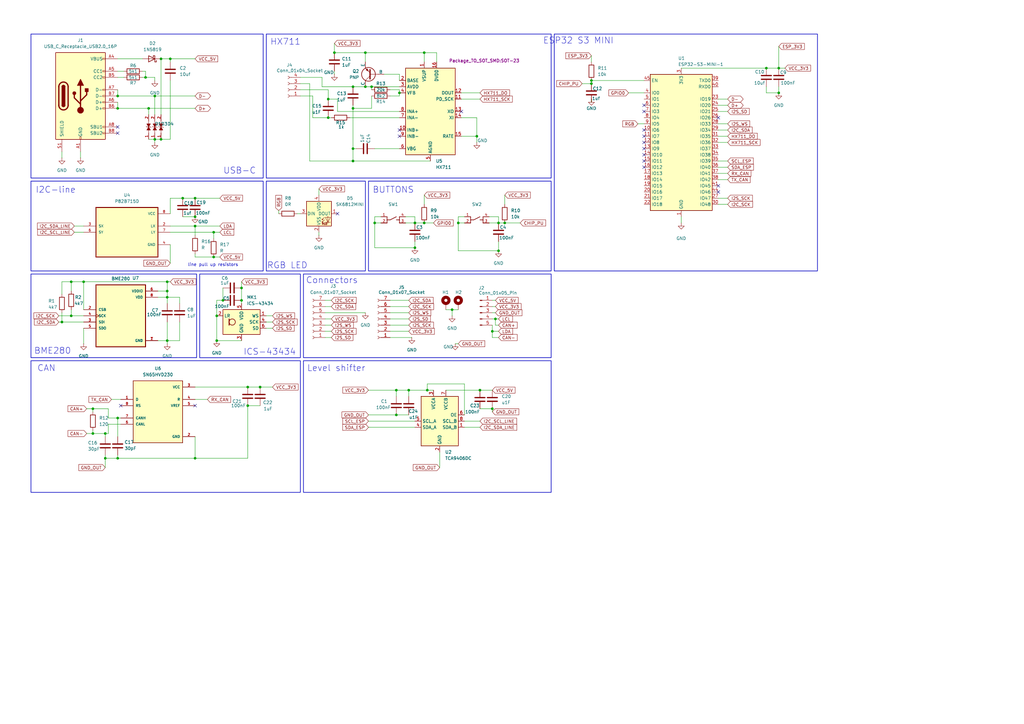
<source format=kicad_sch>
(kicad_sch (version 20231120) (generator "eeschema") (generator_version "8.0")
  (paper "A3")
  (junction (at 170.18 91.44))
  (junction (at 48.26 187.96))
  (junction (at 163.83 38.1))
  (junction (at 242.57 33.02))
  (junction (at 99.06 118.11))
  (junction (at 173.99 21.59))
  (junction (at 60.96 44.45))
  (junction (at 162.56 170.18))
  (junction (at 144.78 35.56))
  (junction (at 201.93 167.64))
  (junction (at 144.78 60.96))
  (junction (at 68.58 121.92))
  (junction (at 242.57 34.29))
  (junction (at 149.86 21.59))
  (junction (at 185.42 127))
  (junction (at 195.58 55.88))
  (junction (at 34.29 115.57))
  (junction (at 25.4 132.08))
  (junction (at 187.96 91.44))
  (junction (at 88.9 139.7))
  (junction (at 69.85 24.13))
  (junction (at 314.325 27.94))
  (junction (at 144.78 66.04))
  (junction (at 66.04 57.15))
  (junction (at 99.06 123.19))
  (junction (at 66.04 24.13))
  (junction (at 48.26 39.37))
  (junction (at 87.63 105.41))
  (junction (at 201.93 135.89))
  (junction (at 43.18 187.96))
  (junction (at 68.58 139.7))
  (junction (at 74.93 81.28))
  (junction (at 63.5 57.15))
  (junction (at 29.21 129.54))
  (junction (at 38.1 167.64))
  (junction (at 203.2 130.81))
  (junction (at 173.99 91.44))
  (junction (at 144.78 44.45))
  (junction (at 80.01 187.96))
  (junction (at 196.85 160.02))
  (junction (at 319.405 38.1))
  (junction (at 80.01 92.71))
  (junction (at 152.4 35.56))
  (junction (at 91.44 123.19))
  (junction (at 80.01 88.9))
  (junction (at 134.62 48.26))
  (junction (at 63.5 39.37))
  (junction (at 319.405 27.94))
  (junction (at 59.69 31.75))
  (junction (at 101.6 166.37))
  (junction (at 106.68 158.75))
  (junction (at 48.26 44.45))
  (junction (at 204.47 91.44))
  (junction (at 80.01 81.28))
  (junction (at 207.01 91.44))
  (junction (at 149.86 35.56))
  (junction (at 137.16 21.59))
  (junction (at 153.67 91.44))
  (junction (at 48.26 171.45))
  (junction (at 68.58 119.38))
  (junction (at 43.18 177.8))
  (junction (at 101.6 158.75))
  (junction (at 88.9 129.54))
  (junction (at 134.62 40.64))
  (junction (at 204.47 102.87))
  (junction (at 38.1 177.8))
  (junction (at 175.26 160.02))
  (junction (at 87.63 95.25))
  (junction (at 29.21 115.57))
  (junction (at 167.64 160.02))
  (junction (at 68.58 115.57))
  (junction (at 170.18 101.6))
  (junction (at 162.56 160.02))
  (no_connect (at 189.23 45.72))
  (no_connect (at 163.83 53.34))
  (no_connect (at 264.16 53.34))
  (no_connect (at 48.26 52.07))
  (no_connect (at 138.43 87.63))
  (no_connect (at 294.64 76.2))
  (no_connect (at 264.16 66.04))
  (no_connect (at 264.16 45.72))
  (no_connect (at 294.64 78.74))
  (no_connect (at 264.16 68.58))
  (no_connect (at 294.64 48.26))
  (no_connect (at 80.01 166.37))
  (no_connect (at 49.53 166.37))
  (no_connect (at 264.16 63.5))
  (no_connect (at 264.16 55.88))
  (no_connect (at 264.16 43.18))
  (no_connect (at 48.26 54.61))
  (no_connect (at 163.83 55.88))
  (no_connect (at 264.16 60.96))
  (no_connect (at 264.16 58.42))
  (wire (pts (xy 43.18 187.96) (xy 43.18 191.77)))
  (wire (pts (xy 132.08 31.75) (xy 123.19 31.75)))
  (wire (pts (xy 69.85 33.02) (xy 69.85 57.15)))
  (wire (pts (xy 204.47 133.35) (xy 203.2 133.35)))
  (wire (pts (xy 189.23 48.26) (xy 195.58 48.26)))
  (wire (pts (xy 200.66 88.9) (xy 204.47 88.9)))
  (wire (pts (xy 80.01 104.14) (xy 80.01 105.41)))
  (wire (pts (xy 157.48 30.48) (xy 163.83 30.48)))
  (wire (pts (xy 69.85 57.15) (xy 66.04 57.15)))
  (wire (pts (xy 25.4 64.77) (xy 25.4 62.23)))
  (wire (pts (xy 149.86 25.4) (xy 149.86 21.59)))
  (wire (pts (xy 128.27 48.26) (xy 128.27 39.37)))
  (wire (pts (xy 133.35 135.89) (xy 135.89 135.89)))
  (wire (pts (xy 294.64 43.18) (xy 298.45 43.18)))
  (wire (pts (xy 144.78 60.96) (xy 146.05 60.96)))
  (wire (pts (xy 127 34.29) (xy 127 66.04)))
  (wire (pts (xy 91.44 123.19) (xy 88.9 123.19)))
  (wire (pts (xy 38.1 167.64) (xy 44.45 167.64)))
  (wire (pts (xy 68.58 124.46) (xy 68.58 121.92)))
  (wire (pts (xy 109.22 134.62) (xy 111.76 134.62)))
  (wire (pts (xy 160.02 128.27) (xy 167.64 128.27)))
  (wire (pts (xy 60.96 44.45) (xy 60.96 46.99)))
  (wire (pts (xy 30.48 92.71) (xy 34.29 92.71)))
  (wire (pts (xy 179.07 25.4) (xy 179.07 21.59)))
  (wire (pts (xy 101.6 158.75) (xy 106.68 158.75)))
  (wire (pts (xy 189.23 38.1) (xy 196.85 38.1)))
  (wire (pts (xy 68.58 139.7) (xy 73.66 139.7)))
  (wire (pts (xy 59.69 29.21) (xy 59.69 31.75)))
  (wire (pts (xy 64.77 119.38) (xy 68.58 119.38)))
  (wire (pts (xy 101.6 166.37) (xy 106.68 166.37)))
  (wire (pts (xy 87.63 105.41) (xy 90.17 105.41)))
  (wire (pts (xy 151.13 172.72) (xy 170.18 172.72)))
  (wire (pts (xy 80.01 163.83) (xy 85.09 163.83)))
  (wire (pts (xy 64.77 139.7) (xy 68.58 139.7)))
  (wire (pts (xy 201.93 133.35) (xy 201.93 135.89)))
  (wire (pts (xy 195.58 48.26) (xy 195.58 55.88)))
  (wire (pts (xy 34.29 134.62) (xy 34.29 140.97)))
  (wire (pts (xy 201.93 135.89) (xy 204.47 135.89)))
  (wire (pts (xy 261.62 50.8) (xy 264.16 50.8)))
  (wire (pts (xy 149.86 35.56) (xy 152.4 35.56)))
  (wire (pts (xy 109.22 129.54) (xy 111.76 129.54)))
  (wire (pts (xy 173.99 21.59) (xy 173.99 25.4)))
  (wire (pts (xy 58.42 29.21) (xy 59.69 29.21)))
  (wire (pts (xy 151.13 160.02) (xy 162.56 160.02)))
  (wire (pts (xy 132.08 35.56) (xy 132.08 31.75)))
  (wire (pts (xy 201.93 130.81) (xy 203.2 130.81)))
  (wire (pts (xy 64.77 121.92) (xy 68.58 121.92)))
  (wire (pts (xy 187.96 88.9) (xy 187.96 91.44)))
  (wire (pts (xy 170.18 91.44) (xy 173.99 91.44)))
  (wire (pts (xy 44.45 173.99) (xy 49.53 173.99)))
  (wire (pts (xy 257.81 38.1) (xy 264.16 38.1)))
  (wire (pts (xy 34.29 127) (xy 34.29 115.57)))
  (wire (pts (xy 123.19 39.37) (xy 128.27 39.37)))
  (wire (pts (xy 69.85 24.13) (xy 80.01 24.13)))
  (wire (pts (xy 48.26 44.45) (xy 60.96 44.45)))
  (wire (pts (xy 133.35 128.27) (xy 149.86 128.27)))
  (wire (pts (xy 101.6 187.96) (xy 101.6 166.37)))
  (wire (pts (xy 34.29 115.57) (xy 68.58 115.57)))
  (wire (pts (xy 80.01 92.71) (xy 80.01 96.52)))
  (wire (pts (xy 163.83 30.48) (xy 163.83 33.02)))
  (wire (pts (xy 182.88 160.02) (xy 196.85 160.02)))
  (wire (pts (xy 294.64 81.28) (xy 298.45 81.28)))
  (wire (pts (xy 144.78 43.18) (xy 144.78 44.45)))
  (wire (pts (xy 162.56 160.02) (xy 162.56 162.56)))
  (wire (pts (xy 162.56 170.18) (xy 167.64 170.18)))
  (wire (pts (xy 173.99 91.44) (xy 177.8 91.44)))
  (wire (pts (xy 138.43 40.64) (xy 138.43 45.72)))
  (wire (pts (xy 130.81 77.47) (xy 130.81 80.01)))
  (wire (pts (xy 74.93 88.9) (xy 80.01 88.9)))
  (wire (pts (xy 48.26 171.45) (xy 49.53 171.45)))
  (wire (pts (xy 319.405 19.05) (xy 319.405 27.94)))
  (wire (pts (xy 69.85 25.4) (xy 69.85 24.13)))
  (wire (pts (xy 163.83 38.1) (xy 163.83 39.37)))
  (wire (pts (xy 33.02 64.77) (xy 33.02 62.23)))
  (wire (pts (xy 58.42 31.75) (xy 59.69 31.75)))
  (wire (pts (xy 80.01 187.96) (xy 101.6 187.96)))
  (wire (pts (xy 185.42 127) (xy 187.96 127)))
  (wire (pts (xy 187.96 91.44) (xy 190.5 91.44)))
  (wire (pts (xy 242.57 41.91) (xy 242.57 40.64)))
  (wire (pts (xy 319.405 38.1) (xy 319.405 35.56)))
  (wire (pts (xy 48.26 29.21) (xy 50.8 29.21)))
  (wire (pts (xy 68.58 115.57) (xy 68.58 119.38)))
  (wire (pts (xy 144.78 60.96) (xy 144.78 66.04)))
  (wire (pts (xy 152.4 39.37) (xy 152.4 44.45)))
  (wire (pts (xy 91.44 118.11) (xy 91.44 123.19)))
  (wire (pts (xy 190.5 175.26) (xy 196.85 175.26)))
  (wire (pts (xy 43.18 187.96) (xy 48.26 187.96)))
  (wire (pts (xy 80.01 92.71) (xy 90.17 92.71)))
  (wire (pts (xy 80.01 179.07) (xy 80.01 187.96)))
  (wire (pts (xy 160.02 123.19) (xy 167.64 123.19)))
  (wire (pts (xy 175.26 160.02) (xy 177.8 160.02)))
  (wire (pts (xy 99.06 123.19) (xy 99.06 124.46)))
  (wire (pts (xy 63.5 57.15) (xy 63.5 58.42)))
  (wire (pts (xy 162.56 160.02) (xy 167.64 160.02)))
  (wire (pts (xy 68.58 132.08) (xy 68.58 139.7)))
  (wire (pts (xy 49.53 163.83) (xy 45.72 163.83)))
  (wire (pts (xy 160.02 135.89) (xy 167.64 135.89)))
  (wire (pts (xy 167.64 160.02) (xy 167.64 162.56)))
  (wire (pts (xy 294.64 45.72) (xy 298.45 45.72)))
  (wire (pts (xy 152.4 44.45) (xy 144.78 44.45)))
  (wire (pts (xy 166.37 91.44) (xy 170.18 91.44)))
  (wire (pts (xy 88.9 129.54) (xy 88.9 139.7)))
  (wire (pts (xy 190.5 157.48) (xy 175.26 157.48)))
  (wire (pts (xy 109.22 132.08) (xy 111.76 132.08)))
  (wire (pts (xy 134.62 48.26) (xy 135.89 48.26)))
  (wire (pts (xy 160.02 125.73) (xy 167.64 125.73)))
  (wire (pts (xy 133.35 133.35) (xy 135.89 133.35)))
  (wire (pts (xy 294.64 40.64) (xy 298.45 40.64)))
  (wire (pts (xy 201.93 135.89) (xy 201.93 138.43)))
  (wire (pts (xy 294.64 73.66) (xy 298.45 73.66)))
  (wire (pts (xy 294.64 68.58) (xy 298.45 68.58)))
  (wire (pts (xy 242.57 22.86) (xy 242.57 25.4)))
  (wire (pts (xy 29.21 119.38) (xy 29.21 115.57)))
  (wire (pts (xy 63.5 39.37) (xy 80.01 39.37)))
  (wire (pts (xy 44.45 177.8) (xy 44.45 173.99)))
  (wire (pts (xy 242.57 34.29) (xy 242.57 33.02)))
  (wire (pts (xy 144.78 35.56) (xy 132.08 35.56)))
  (wire (pts (xy 319.405 27.94) (xy 321.945 27.94)))
  (wire (pts (xy 182.88 127) (xy 185.42 127)))
  (wire (pts (xy 207.01 80.01) (xy 207.01 83.82)))
  (wire (pts (xy 187.96 140.97) (xy 186.69 140.97)))
  (wire (pts (xy 294.64 71.12) (xy 298.45 71.12)))
  (wire (pts (xy 63.5 31.75) (xy 59.69 31.75)))
  (wire (pts (xy 127 66.04) (xy 144.78 66.04)))
  (wire (pts (xy 153.67 101.6) (xy 170.18 101.6)))
  (wire (pts (xy 69.85 100.33) (xy 69.85 107.95)))
  (wire (pts (xy 43.18 177.8) (xy 43.18 179.07)))
  (wire (pts (xy 99.06 118.11) (xy 99.06 123.19)))
  (wire (pts (xy 121.92 87.63) (xy 123.19 87.63)))
  (wire (pts (xy 24.13 129.54) (xy 29.21 129.54)))
  (wire (pts (xy 48.26 171.45) (xy 48.26 179.07)))
  (wire (pts (xy 201.93 167.64) (xy 201.93 168.91)))
  (wire (pts (xy 137.16 17.78) (xy 137.16 21.59)))
  (wire (pts (xy 163.83 36.83) (xy 163.83 38.1)))
  (wire (pts (xy 279.4 88.9) (xy 279.4 91.44)))
  (wire (pts (xy 35.56 167.64) (xy 38.1 167.64)))
  (wire (pts (xy 149.86 21.59) (xy 173.99 21.59)))
  (wire (pts (xy 170.18 99.06) (xy 170.18 101.6)))
  (wire (pts (xy 152.4 35.56) (xy 163.83 35.56)))
  (wire (pts (xy 134.62 40.64) (xy 138.43 40.64)))
  (wire (pts (xy 133.35 125.73) (xy 135.89 125.73)))
  (wire (pts (xy 44.45 167.64) (xy 44.45 171.45)))
  (wire (pts (xy 294.64 53.34) (xy 298.45 53.34)))
  (wire (pts (xy 88.9 139.7) (xy 99.06 139.7)))
  (wire (pts (xy 294.64 66.04) (xy 298.45 66.04)))
  (wire (pts (xy 175.26 157.48) (xy 175.26 160.02)))
  (wire (pts (xy 156.21 88.9) (xy 153.67 88.9)))
  (wire (pts (xy 314.325 38.1) (xy 319.405 38.1)))
  (wire (pts (xy 133.35 130.81) (xy 135.89 130.81)))
  (wire (pts (xy 66.04 24.13) (xy 69.85 24.13)))
  (wire (pts (xy 195.58 55.88) (xy 195.58 58.42)))
  (wire (pts (xy 153.67 88.9) (xy 153.67 91.44)))
  (wire (pts (xy 153.67 91.44) (xy 156.21 91.44)))
  (wire (pts (xy 74.93 81.28) (xy 80.01 81.28)))
  (wire (pts (xy 294.64 58.42) (xy 298.45 58.42)))
  (wire (pts (xy 128.27 48.26) (xy 134.62 48.26)))
  (wire (pts (xy 187.96 102.87) (xy 204.47 102.87)))
  (wire (pts (xy 204.47 88.9) (xy 204.47 91.44)))
  (wire (pts (xy 63.5 57.15) (xy 66.04 57.15)))
  (wire (pts (xy 137.16 21.59) (xy 149.86 21.59)))
  (wire (pts (xy 144.78 66.04) (xy 176.53 66.04)))
  (wire (pts (xy 160.02 130.81) (xy 167.64 130.81)))
  (wire (pts (xy 196.85 160.02) (xy 201.93 160.02)))
  (wire (pts (xy 73.66 139.7) (xy 73.66 132.08)))
  (wire (pts (xy 68.58 119.38) (xy 68.58 121.92)))
  (wire (pts (xy 160.02 138.43) (xy 168.91 138.43)))
  (wire (pts (xy 203.2 130.81) (xy 203.2 133.35)))
  (wire (pts (xy 187.96 91.44) (xy 187.96 102.87)))
  (wire (pts (xy 60.96 57.15) (xy 63.5 57.15)))
  (wire (pts (xy 204.47 91.44) (xy 207.01 91.44)))
  (wire (pts (xy 138.43 45.72) (xy 163.83 45.72)))
  (wire (pts (xy 80.01 81.28) (xy 90.17 81.28)))
  (wire (pts (xy 195.58 55.88) (xy 189.23 55.88)))
  (wire (pts (xy 190.5 88.9) (xy 187.96 88.9)))
  (wire (pts (xy 48.26 39.37) (xy 63.5 39.37)))
  (wire (pts (xy 73.66 121.92) (xy 73.66 124.46)))
  (wire (pts (xy 69.85 95.25) (xy 87.63 95.25)))
  (wire (pts (xy 69.85 92.71) (xy 80.01 92.71)))
  (wire (pts (xy 25.4 128.27) (xy 25.4 132.08)))
  (wire (pts (xy 151.13 175.26) (xy 170.18 175.26)))
  (wire (pts (xy 196.85 167.64) (xy 201.93 167.64)))
  (wire (pts (xy 63.5 31.75) (xy 63.5 33.02)))
  (wire (pts (xy 25.4 132.08) (xy 34.29 132.08)))
  (wire (pts (xy 38.1 176.53) (xy 38.1 177.8)))
  (wire (pts (xy 166.37 88.9) (xy 170.18 88.9)))
  (wire (pts (xy 173.99 80.01) (xy 173.99 83.82)))
  (wire (pts (xy 43.18 186.69) (xy 43.18 187.96)))
  (wire (pts (xy 48.26 31.75) (xy 50.8 31.75)))
  (wire (pts (xy 133.35 123.19) (xy 135.89 123.19)))
  (wire (pts (xy 137.16 29.21) (xy 137.16 30.48)))
  (wire (pts (xy 24.13 132.08) (xy 25.4 132.08)))
  (wire (pts (xy 123.19 34.29) (xy 127 34.29)))
  (wire (pts (xy 68.58 115.57) (xy 69.85 115.57)))
  (wire (pts (xy 153.67 91.44) (xy 153.67 101.6)))
  (wire (pts (xy 185.42 129.54) (xy 185.42 127)))
  (wire (pts (xy 201.93 128.27) (xy 203.2 128.27)))
  (wire (pts (xy 207.01 91.44) (xy 213.36 91.44)))
  (wire (pts (xy 60.96 44.45) (xy 80.01 44.45)))
  (wire (pts (xy 204.47 138.43) (xy 201.93 138.43)))
  (wire (pts (xy 48.26 41.91) (xy 48.26 44.45)))
  (wire (pts (xy 190.5 170.18) (xy 190.5 157.48)))
  (wire (pts (xy 189.23 40.64) (xy 196.85 40.64)))
  (wire (pts (xy 123.19 36.83) (xy 134.62 36.83)))
  (wire (pts (xy 69.85 81.28) (xy 74.93 81.28)))
  (wire (pts (xy 114.3 86.36) (xy 114.3 87.63)))
  (wire (pts (xy 87.63 95.25) (xy 87.63 97.79)))
  (wire (pts (xy 68.58 139.7) (xy 68.58 140.97)))
  (wire (pts (xy 87.63 95.25) (xy 90.17 95.25)))
  (wire (pts (xy 314.325 35.56) (xy 314.325 38.1)))
  (wire (pts (xy 163.83 39.37) (xy 160.02 39.37)))
  (wire (pts (xy 294.64 50.8) (xy 298.45 50.8)))
  (wire (pts (xy 88.9 123.19) (xy 88.9 129.54)))
  (wire (pts (xy 48.26 186.69) (xy 48.26 187.96)))
  (wire (pts (xy 294.64 83.82) (xy 298.45 83.82)))
  (wire (pts (xy 204.47 99.06) (xy 204.47 102.87)))
  (wire (pts (xy 80.01 105.41) (xy 87.63 105.41)))
  (wire (pts (xy 314.325 27.94) (xy 319.405 27.94)))
  (wire (pts (xy 162.56 170.18) (xy 151.13 170.18)))
  (wire (pts (xy 130.81 95.25) (xy 130.81 96.52)))
  (wire (pts (xy 80.01 158.75) (xy 101.6 158.75)))
  (wire (pts (xy 44.45 171.45) (xy 48.26 171.45)))
  (wire (pts (xy 38.1 177.8) (xy 43.18 177.8)))
  (wire (pts (xy 29.21 127) (xy 29.21 129.54)))
  (wire (pts (xy 48.26 36.83) (xy 48.26 39.37)))
  (wire (pts (xy 294.64 55.88) (xy 298.45 55.88)))
  (wire (pts (xy 190.5 172.72) (xy 196.85 172.72)))
  (wire (pts (xy 201.93 125.73) (xy 203.2 125.73)))
  (wire (pts (xy 153.67 60.96) (xy 163.83 60.96)))
  (wire (pts (xy 30.48 95.25) (xy 34.29 95.25)))
  (wire (pts (xy 66.04 24.13) (xy 66.04 46.99)))
  (wire (pts (xy 29.21 115.57) (xy 34.29 115.57)))
  (wire (pts (xy 99.06 115.57) (xy 99.06 118.11)))
  (wire (pts (xy 242.57 33.02) (xy 264.16 33.02)))
  (wire (pts (xy 38.1 167.64) (xy 38.1 168.91)))
  (wire (pts (xy 68.58 121.92) (xy 73.66 121.92)))
  (wire (pts (xy 279.4 27.94) (xy 314.325 27.94)))
  (wire (pts (xy 143.51 48.26) (xy 163.83 48.26)))
  (wire (pts (xy 25.4 115.57) (xy 29.21 115.57)))
  (wire (pts (xy 170.18 88.9) (xy 170.18 91.44)))
  (wire (pts (xy 144.78 35.56) (xy 149.86 35.56)))
  (wire (pts (xy 133.35 138.43) (xy 135.89 138.43)))
  (wire (pts (xy 29.21 129.54) (xy 34.29 129.54)))
  (wire (pts (xy 63.5 39.37) (xy 63.5 46.99)))
  (wire (pts (xy 173.99 21.59) (xy 179.07 21.59)))
  (wire (pts (xy 160.02 36.83) (xy 163.83 36.83)))
  (wire (pts (xy 69.85 81.28) (xy 69.85 87.63)))
  (wire (pts (xy 144.78 44.45) (xy 144.78 60.96)))
  (wire (pts (xy 203.2 130.81) (xy 204.47 130.81)))
  (wire (pts (xy 152.4 35.56) (xy 152.4 36.83)))
  (wire (pts (xy 180.34 185.42) (xy 180.34 191.77)))
  (wire (pts (xy 201.93 123.19) (xy 203.2 123.19)))
  (wire (pts (xy 167.64 160.02) (xy 175.26 160.02)))
  (wire (pts (xy 25.4 120.65) (xy 25.4 115.57)))
  (wire (pts (xy 48.26 187.96) (xy 80.01 187.96)))
  (wire (pts (xy 200.66 91.44) (xy 204.47 91.44)))
  (wire (pts (xy 43.18 177.8) (xy 44.45 177.8)))
  (wire (pts (xy 48.26 24.13) (xy 58.42 24.13)))
  (wire (pts (xy 106.68 158.75) (xy 111.76 158.75)))
  (wire (pts (xy 160.02 133.35) (xy 167.64 133.35)))
  (wire (pts (xy 134.62 36.83) (xy 134.62 40.64)))
  (wire (pts (xy 35.56 177.8) (xy 38.1 177.8)))
  (wire (pts (xy 238.76 34.29) (xy 242.57 34.29)))
  (rectangle (start 81.915 112.395) (end 123.19 146.7143) (stroke (width 0.254)))
  (rectangle (start 12.7 13.97) (end 107.95 73.025) (stroke (width 0.254)))
  (rectangle (start 124.46 112.395) (end 226.06 146.685) (stroke (width 0.254)))
  (rectangle (start 12.7 112.395) (end 80.645 146.685) (stroke (width 0.254)))
  (rectangle (start 109.22 74.295) (end 149.86 111.125) (stroke (width 0.254)))
  (rectangle (start 12.7 74.295) (end 107.95 111.125) (stroke (width 0.254)))
  (rectangle (start 151.13 74.295) (end 226.06 111.125) (stroke (width 0.254)))
  (rectangle (start 227.33 13.97) (end 335.28 111.125) (stroke (width 0.254)))
  (rectangle (start 12.7 147.955) (end 123.19 201.93) (stroke (width 0.254)))
  (rectangle (start 109.22 13.97) (end 226.06 73.025) (stroke (width 0.254)))
  (rectangle (start 124.46 147.955) (end 226.06 201.93) (stroke (width 0.254)))
  (text "RGB LED\n" (at 117.856 108.966 0) (effects (font (size 2.54 2.54))))
  (text "Connectors\n" (at 136.144 115.062 0) (effects (font (size 2.54 2.54))))
  (text "BUTTONS\n" (at 161.29 77.978 0) (effects (font (size 2.54 2.54))))
  (text "I2C-line\n" (at 22.86 77.978 0) (effects (font (size 2.54 2.54))))
  (text "line pull up resistors\n" (at 87.376 108.712 0) (effects (font (size 1.27 1.27))))
  (text "HX711" (at 117.094 17.272 0) (effects (font (size 2.54 2.54))))
  (text "CAN\n" (at 19.05 151.13 0) (effects (font (size 2.54 2.54))))
  (text "ICS-43434\n" (at 110.6185 144.4283 0) (effects (font (size 2.54 2.54))))
  (text "Level shifter\n\n" (at 137.922 153.162 0) (effects (font (size 2.54 2.54))))
  (text "BME280" (at 21.59 144.018 0) (effects (font (size 2.54 2.54))))
  (text "ESP32 S3 MINI\n" (at 237.236 16.764 0) (effects (font (size 2.54 2.54))))
  (text "USB-C\n" (at 98.298 70.104 0) (effects (font (size 2.54 2.54))))
  (global_label "D-" (shape bidirectional) (at 80.01 39.37 0) (property "Intersheetrefs" "${INTERSHEET_REFS}" (effects (hide yes))))
  (global_label "VCC_3V3" (shape input) (at 69.85 115.57 0) (property "Intersheetrefs" "${INTERSHEET_REFS}" (effects (hide yes))))
  (global_label "SCL_ESP" (shape input) (at 151.13 172.72 180) (property "Intersheetrefs" "${INTERSHEET_REFS}" (effects (hide yes))))
  (global_label "HX711_SCK" (shape input) (at 196.85 40.64 0) (property "Intersheetrefs" "${INTERSHEET_REFS}" (effects (hide yes))))
  (global_label "GND_OUT" (shape input) (at 187.96 140.97 0) (property "Intersheetrefs" "${INTERSHEET_REFS}" (effects (hide yes))))
  (global_label "I2S_SD" (shape input) (at 111.76 134.62 0) (property "Intersheetrefs" "${INTERSHEET_REFS}" (effects (hide yes))))
  (global_label "CAN-" (shape input) (at 35.56 177.8 180) (property "Intersheetrefs" "${INTERSHEET_REFS}" (effects (hide yes))))
  (global_label "I2C_SCK" (shape input) (at 298.45 83.82 0) (property "Intersheetrefs" "${INTERSHEET_REFS}" (effects (hide yes))))
  (global_label "CAN+" (shape input) (at 35.56 167.64 180) (property "Intersheetrefs" "${INTERSHEET_REFS}" (effects (hide yes))))
  (global_label "VCC_3V3" (shape input) (at 173.99 80.01 0) (property "Intersheetrefs" "${INTERSHEET_REFS}" (effects (hide yes))))
  (global_label "D+" (shape bidirectional) (at 80.01 44.45 0) (property "Intersheetrefs" "${INTERSHEET_REFS}" (effects (hide yes))))
  (global_label "I2S_WS" (shape input) (at 167.64 128.27 0) (property "Intersheetrefs" "${INTERSHEET_REFS}" (effects (hide yes))))
  (global_label "ESP_3V3" (shape input) (at 319.405 19.05 0) (property "Intersheetrefs" "${INTERSHEET_REFS}" (effects (hide yes))))
  (global_label "I2C_SCL_LINE" (shape input) (at 30.48 95.25 180) (property "Intersheetrefs" "${INTERSHEET_REFS}" (effects (hide yes))))
  (global_label "VCC_3V3" (shape input) (at 321.945 27.94 0) (property "Intersheetrefs" "${INTERSHEET_REFS}" (effects (hide yes))))
  (global_label "I2S_SCK" (shape input) (at 167.64 133.35 0) (property "Intersheetrefs" "${INTERSHEET_REFS}" (effects (hide yes))))
  (global_label "VCC_3V3" (shape input) (at 167.64 135.89 0) (property "Intersheetrefs" "${INTERSHEET_REFS}" (effects (hide yes))))
  (global_label "GND_OUT" (shape input) (at 43.18 191.77 180) (property "Intersheetrefs" "${INTERSHEET_REFS}" (effects (hide yes))))
  (global_label "VCC_3V3" (shape input) (at 111.76 158.75 0) (property "Intersheetrefs" "${INTERSHEET_REFS}" (effects (hide yes))))
  (global_label "VCC_3V3" (shape input) (at 203.2 125.73 0) (property "Intersheetrefs" "${INTERSHEET_REFS}" (effects (hide yes))))
  (global_label "I2C_SCK" (shape input) (at 24.13 129.54 180) (property "Intersheetrefs" "${INTERSHEET_REFS}" (effects (hide yes))))
  (global_label "VCC_3V3" (shape input) (at 137.16 17.78 0) (property "Intersheetrefs" "${INTERSHEET_REFS}" (effects (hide yes))))
  (global_label "I2S_WS" (shape input) (at 111.76 129.54 0) (property "Intersheetrefs" "${INTERSHEET_REFS}" (effects (hide yes))))
  (global_label "I2S_SD" (shape input) (at 298.45 45.72 0) (property "Intersheetrefs" "${INTERSHEET_REFS}" (effects (hide yes))))
  (global_label "HX711_DO" (shape input) (at 196.85 38.1 0) (property "Intersheetrefs" "${INTERSHEET_REFS}" (effects (hide yes))))
  (global_label "GND_OUT" (shape input) (at 151.13 170.18 180) (property "Intersheetrefs" "${INTERSHEET_REFS}" (effects (hide yes))))
  (global_label "HX711_DO" (shape input) (at 298.45 55.88 0) (property "Intersheetrefs" "${INTERSHEET_REFS}" (effects (hide yes))))
  (global_label "I2S_WS" (shape input) (at 135.89 133.35 0) (property "Intersheetrefs" "${INTERSHEET_REFS}" (effects (hide yes))))
  (global_label "LCL" (shape input) (at 204.47 130.81 0) (property "Intersheetrefs" "${INTERSHEET_REFS}" (effects (hide yes))))
  (global_label "I2S_SCK" (shape input) (at 298.45 81.28 0) (property "Intersheetrefs" "${INTERSHEET_REFS}" (effects (hide yes))))
  (global_label "RX_CAN" (shape input) (at 298.45 71.12 0) (property "Intersheetrefs" "${INTERSHEET_REFS}" (effects (hide yes))))
  (global_label "RGB" (shape input) (at 261.62 50.8 180) (property "Intersheetrefs" "${INTERSHEET_REFS}" (effects (hide yes))))
  (global_label "VCC_5V" (shape input) (at 90.17 105.41 0) (property "Intersheetrefs" "${INTERSHEET_REFS}" (effects (hide yes))))
  (global_label "I2C_SCK" (shape input) (at 135.89 123.19 0) (property "Intersheetrefs" "${INTERSHEET_REFS}" (effects (hide yes))))
  (global_label "ESP_3V3" (shape input) (at 242.57 22.86 180) (property "Intersheetrefs" "${INTERSHEET_REFS}" (effects (hide yes))))
  (global_label "I2C_SCK" (shape input) (at 167.64 125.73 0) (property "Intersheetrefs" "${INTERSHEET_REFS}" (effects (hide yes))))
  (global_label "GND_OUT" (shape input) (at 201.93 168.91 0) (property "Intersheetrefs" "${INTERSHEET_REFS}" (effects (hide yes))))
  (global_label "D-" (shape bidirectional) (at 298.45 40.64 0) (property "Intersheetrefs" "${INTERSHEET_REFS}" (effects (hide yes))))
  (global_label "RGB" (shape input) (at 114.3 86.36 90) (property "Intersheetrefs" "${INTERSHEET_REFS}" (effects (hide yes))))
  (global_label "TX_CAN" (shape input) (at 298.45 73.66 0) (property "Intersheetrefs" "${INTERSHEET_REFS}" (effects (hide yes))))
  (global_label "SCL_ESP" (shape input) (at 298.45 66.04 0) (property "Intersheetrefs" "${INTERSHEET_REFS}" (effects (hide yes))))
  (global_label "VCC_5V" (shape input) (at 201.93 160.02 0) (property "Intersheetrefs" "${INTERSHEET_REFS}" (effects (hide yes))))
  (global_label "I2C_SDA_LINE" (shape input) (at 196.85 175.26 0) (property "Intersheetrefs" "${INTERSHEET_REFS}" (effects (hide yes))))
  (global_label "CAN-" (shape input) (at 204.47 138.43 0) (property "Intersheetrefs" "${INTERSHEET_REFS}" (effects (hide yes))))
  (global_label "VCC_5V" (shape input) (at 80.01 24.13 0) (property "Intersheetrefs" "${INTERSHEET_REFS}" (effects (hide yes))))
  (global_label "SDA_ESP" (shape input) (at 151.13 175.26 180) (property "Intersheetrefs" "${INTERSHEET_REFS}" (effects (hide yes))))
  (global_label "GPIO0" (shape input) (at 177.8 91.44 0) (property "Intersheetrefs" "${INTERSHEET_REFS}" (effects (hide yes))))
  (global_label "I2C_SDA" (shape input) (at 298.45 53.34 0) (property "Intersheetrefs" "${INTERSHEET_REFS}" (effects (hide yes))))
  (global_label "TX_CAN" (shape input) (at 45.72 163.83 180) (property "Intersheetrefs" "${INTERSHEET_REFS}" (effects (hide yes))))
  (global_label "I2C_SDA" (shape input) (at 24.13 132.08 180) (property "Intersheetrefs" "${INTERSHEET_REFS}" (effects (hide yes))))
  (global_label "GND_OUT" (shape input) (at 203.2 128.27 0) (property "Intersheetrefs" "${INTERSHEET_REFS}" (effects (hide yes))))
  (global_label "D+" (shape bidirectional) (at 298.45 43.18 0) (property "Intersheetrefs" "${INTERSHEET_REFS}" (effects (hide yes))))
  (global_label "HX711_SCK" (shape input) (at 298.45 58.42 0) (property "Intersheetrefs" "${INTERSHEET_REFS}" (effects (hide yes))))
  (global_label "VCC_5V" (shape input) (at 203.2 123.19 0) (property "Intersheetrefs" "${INTERSHEET_REFS}" (effects (hide yes))))
  (global_label "CHIP_PU" (shape input) (at 213.36 91.44 0) (property "Intersheetrefs" "${INTERSHEET_REFS}" (effects (hide yes))))
  (global_label "CAN+" (shape input) (at 204.47 133.35 0) (property "Intersheetrefs" "${INTERSHEET_REFS}" (effects (hide yes))))
  (global_label "VCC_3V3" (shape input) (at 135.89 130.81 0) (property "Intersheetrefs" "${INTERSHEET_REFS}" (effects (hide yes))))
  (global_label "LCL" (shape input) (at 90.17 95.25 0) (property "Intersheetrefs" "${INTERSHEET_REFS}" (effects (hide yes))))
  (global_label "VCC_3V3" (shape input) (at 130.81 77.47 0) (property "Intersheetrefs" "${INTERSHEET_REFS}" (effects (hide yes))))
  (global_label "I2S_SCK" (shape input) (at 111.76 132.08 0) (property "Intersheetrefs" "${INTERSHEET_REFS}" (effects (hide yes))))
  (global_label "I2C_SCL_LINE" (shape input) (at 196.85 172.72 0) (property "Intersheetrefs" "${INTERSHEET_REFS}" (effects (hide yes))))
  (global_label "VCC_3V3" (shape input) (at 207.01 80.01 0) (property "Intersheetrefs" "${INTERSHEET_REFS}" (effects (hide yes))))
  (global_label "VCC_5V" (shape input) (at 90.17 81.28 0) (property "Intersheetrefs" "${INTERSHEET_REFS}" (effects (hide yes))))
  (global_label "I2C_SDA" (shape input) (at 167.64 123.19 0) (property "Intersheetrefs" "${INTERSHEET_REFS}" (effects (hide yes))))
  (global_label "LDA" (shape input) (at 90.17 92.71 0) (property "Intersheetrefs" "${INTERSHEET_REFS}" (effects (hide yes))))
  (global_label "I2S_SD" (shape input) (at 135.89 138.43 0) (property "Intersheetrefs" "${INTERSHEET_REFS}" (effects (hide yes))))
  (global_label "VCC_3V3" (shape input) (at 99.06 115.57 0) (property "Intersheetrefs" "${INTERSHEET_REFS}" (effects (hide yes))))
  (global_label "I2S_WS" (shape input) (at 298.45 50.8 0) (property "Intersheetrefs" "${INTERSHEET_REFS}" (effects (hide yes))))
  (global_label "SDA_ESP" (shape input) (at 298.45 68.58 0) (property "Intersheetrefs" "${INTERSHEET_REFS}" (effects (hide yes))))
  (global_label "I2C_SDA" (shape input) (at 135.89 125.73 0) (property "Intersheetrefs" "${INTERSHEET_REFS}" (effects (hide yes))))
  (global_label "GPIO0" (shape input) (at 257.81 38.1 180) (property "Intersheetrefs" "${INTERSHEET_REFS}" (effects (hide yes))))
  (global_label "GND_OUT" (shape input) (at 180.34 191.77 180) (property "Intersheetrefs" "${INTERSHEET_REFS}" (effects (hide yes))))
  (global_label "I2S_SCK" (shape input) (at 135.89 135.89 0) (property "Intersheetrefs" "${INTERSHEET_REFS}" (effects (hide yes))))
  (global_label "RX_CAN" (shape input) (at 85.09 163.83 0) (property "Intersheetrefs" "${INTERSHEET_REFS}" (effects (hide yes))))
  (global_label "LDA" (shape input) (at 204.47 135.89 0) (property "Intersheetrefs" "${INTERSHEET_REFS}" (effects (hide yes))))
  (global_label "GND_OUT" (shape input) (at 69.85 107.95 180) (property "Intersheetrefs" "${INTERSHEET_REFS}" (effects (hide yes))))
  (global_label "I2C_SDA_LINE" (shape input) (at 30.48 92.71 180) (property "Intersheetrefs" "${INTERSHEET_REFS}" (effects (hide yes))))
  (global_label "VCC_3V3" (shape input) (at 151.13 160.02 180) (property "Intersheetrefs" "${INTERSHEET_REFS}" (effects (hide yes))))
  (global_label "CHIP_PU" (shape input) (at 238.76 34.29 180) (property "Intersheetrefs" "${INTERSHEET_REFS}" (effects (hide yes))))
  (global_label "I2S_SD" (shape input) (at 167.64 130.81 0) (property "Intersheetrefs" "${INTERSHEET_REFS}" (effects (hide yes))))
  (symbol (lib_id "Analog_ADC:HX711") (at 176.53 45.72 0) (unit 1)
    (property "Reference" "U5" (at 178.7241 66.04 0) (effects (justify left)))
    (property "Value" "HX711" (at 178.7241 68.58 0) (effects (justify left)))
    (property "Footprint" "Package_SO:SOP-16_3.9x9.9mm_P1.27mm" (effects (hide yes)))
    (property "Datasheet" "https://web.archive.org/web/20220615044707/https://akizukidenshi.com/download/ds/avia/hx711.pdf" (effects (hide yes)))
    (property "Description" "24-Bit Analog-to-Digital Converter (ADC) for Weight Scales" (effects (hide yes)))
  )
  (symbol (lib_id "Device:C") (at 137.16 25.4 0) (unit 1)
    (property "Reference" "C11" (at 140.208 24.13 0) (effects (justify left)))
    (property "Value" "1uF" (at 140.208 26.67 0) (effects (justify left)))
    (property "Footprint" "Capacitor_SMD:C_0603_1608Metric_Pad1.08x0.95mm_HandSolder" (effects (hide yes)))
    (property "Description" "Unpolarized capacitor" (effects (hide yes)))
  )
  (symbol (lib_id "Device:C") (at 95.25 123.19 90) (unit 1)
    (property "Reference" "C5" (at 92.8385 122.3303 90))
    (property "Value" "100nF" (at 91.0605 125.6323 90))
    (property "Footprint" "Capacitor_SMD:C_0603_1608Metric_Pad1.08x0.95mm_HandSolder" (effects (hide yes)))
    (property "Description" "Unpolarized capacitor" (effects (hide yes)))
  )
  (symbol (lib_id "Connector:Conn_01x07_Socket") (at 154.94 130.81 180) (unit 1)
    (property "Reference" "J5" (at 165.862 117.856 0) (effects (justify left)))
    (property "Value" "Conn_01x07_Socket" (at 174.244 119.888 0) (effects (justify left)))
    (property "Footprint" "Connector_PinHeader_1.00mm:PinHeader_1x07_P1.00mm_Vertical_SMD_Pin1Left" (effects (hide yes)))
    (property "Description" "Generic connector, single row, 01x07, script generated" (effects (hide yes)))
  )
  (symbol (lib_id "Device:R") (at 25.4 124.46 0) (unit 1)
    (property "Reference" "R1" (at 19.812 123.444 0) (effects (justify left)))
    (property "Value" "4k7" (at 19.812 125.984 0) (effects (justify left)))
    (property "Footprint" "Resistor_SMD:R_0603_1608Metric_Pad0.98x0.95mm_HandSolder" (effects (hide yes)))
    (property "Description" "Resistor" (effects (hide yes)))
  )
  (symbol (lib_id "power:GND") (at 170.18 101.6 0) (unit 1)
    (property "Reference" "#PWR06" (effects (hide yes)))
    (property "Value" "GND" (at 170.18 106.68 0))
    (property "Description" "Power symbol creates a global label with name \"GND\" , ground" (effects (hide yes)))
  )
  (symbol (lib_id "Device:R") (at 38.1 172.72 0) (unit 1)
    (property "Reference" "R12" (at 40.64 171.4499 0) (effects (justify left)))
    (property "Value" "120" (at 40.64 173.9899 0) (effects (justify left)))
    (property "Footprint" "Resistor_SMD:R_0603_1608Metric_Pad0.98x0.95mm_HandSolder" (effects (hide yes)))
    (property "Description" "Resistor" (effects (hide yes)))
  )
  (symbol (lib_id "power:GND") (at 88.9 139.7 0) (unit 1)
    (property "Reference" "#PWR08" (effects (hide yes)))
    (property "Value" "GND" (at 88.9 144.78 0))
    (property "Description" "Power symbol creates a global label with name \"GND\" , ground" (effects (hide yes)))
  )
  (symbol (lib_id "Device:R") (at 87.63 101.6 0) (unit 1)
    (property "Reference" "R17" (at 90.17 100.3299 0) (effects (justify left)))
    (property "Value" "R" (at 90.17 102.8699 0) (effects (justify left)))
    (property "Footprint" "Resistor_SMD:R_0603_1608Metric_Pad0.98x0.95mm_HandSolder" (effects (hide yes)))
    (property "Description" "Resistor" (effects (hide yes)))
  )
  (symbol (lib_id "Device:R") (at 156.21 39.37 90) (unit 1)
    (property "Reference" "R14" (at 156.21 41.656 90))
    (property "Value" "8k2" (at 156.21 39.37 90))
    (property "Footprint" "Resistor_SMD:R_0603_1608Metric_Pad0.98x0.95mm_HandSolder" (effects (hide yes)))
    (property "Description" "Resistor" (effects (hide yes)))
  )
  (symbol (lib_id "power:GND") (at 63.5 33.02 0) (unit 1)
    (property "Reference" "#PWR03" (effects (hide yes)))
    (property "Value" "GND" (at 63.5 38.1 0))
    (property "Description" "Power symbol creates a global label with name \"GND\" , ground" (effects (hide yes)))
  )
  (symbol (lib_id "Device:C") (at 162.56 166.37 180) (unit 1)
    (property "Reference" "C1" (at 156.21 164.592 0) (effects (justify right)))
    (property "Value" "100nF" (at 154.178 167.132 0) (effects (justify right)))
    (property "Footprint" "Capacitor_SMD:C_0603_1608Metric_Pad1.08x0.95mm_HandSolder" (effects (hide yes)))
    (property "Description" "Unpolarized capacitor" (effects (hide yes)))
  )
  (symbol (lib_id "Device:C") (at 314.325 31.75 0) (unit 1)
    (property "Reference" "C10" (at 309.626 29.464 0) (effects (justify left)))
    (property "Value" "10uf" (at 309.245 34.036 0) (effects (justify left)))
    (property "Footprint" "Capacitor_SMD:C_0603_1608Metric_Pad1.08x0.95mm_HandSolder" (effects (hide yes)))
    (property "Description" "Unpolarized capacitor" (effects (hide yes)))
  )
  (symbol (lib_id "power:GND") (at 149.86 128.27 0) (unit 1)
    (property "Reference" "#PWR017" (effects (hide yes)))
    (property "Value" "GND" (at 149.86 133.35 0))
    (property "Description" "Power symbol creates a global label with name \"GND\" , ground" (effects (hide yes)))
  )
  (symbol (lib_id "Device:C") (at 95.25 118.11 90) (unit 1)
    (property "Reference" "C6" (at 92.202 114.046 90))
    (property "Value" "1uF" (at 92.202 116.078 90))
    (property "Footprint" "Capacitor_SMD:C_0603_1608Metric_Pad1.08x0.95mm_HandSolder" (effects (hide yes)))
    (property "Description" "Unpolarized capacitor" (effects (hide yes)))
  )
  (symbol (lib_id "Device:C") (at 319.405 31.75 0) (unit 1)
    (property "Reference" "C9" (at 319.913 29.718 0) (effects (justify left)))
    (property "Value" "100nF" (at 320.167 34.036 0) (effects (justify left)))
    (property "Footprint" "Capacitor_SMD:C_0603_1608Metric_Pad1.08x0.95mm_HandSolder" (effects (hide yes)))
    (property "Description" "Unpolarized capacitor" (effects (hide yes)))
  )
  (symbol (lib_id "power:GND") (at 204.47 102.87 0) (unit 1)
    (property "Reference" "#PWR07" (effects (hide yes)))
    (property "Value" "GND" (at 204.47 107.95 0))
    (property "Description" "Power symbol creates a global label with name \"GND\" , ground" (effects (hide yes)))
  )
  (symbol (lib_id "Device:C") (at 170.18 95.25 0) (unit 1)
    (property "Reference" "C3" (at 170.688 93.218 0) (effects (justify left)))
    (property "Value" "100nF" (at 170.434 97.536 0) (effects (justify left)))
    (property "Footprint" "Capacitor_SMD:C_0603_1608Metric_Pad1.08x0.95mm_HandSolder" (effects (hide yes)))
    (property "Description" "Unpolarized capacitor" (effects (hide yes)))
  )
  (symbol (lib_id "power:GND") (at 68.58 140.97 0) (unit 1)
    (property "Reference" "#PWR022" (effects (hide yes)))
    (property "Value" "GND" (at 68.58 146.05 0))
    (property "Description" "Power symbol creates a global label with name \"GND\" , ground" (effects (hide yes)))
  )
  (symbol (lib_id "PTS810_SJM_250_SMTR_LFS:PTS810_SJM_250_SMTR_LFS") (at 161.29 88.9 0) (unit 1)
    (property "Reference" "SW1" (at 161.29 83.82 0))
    (property "Value" "PTS810_SJM_250_SMTR_LFS" (effects (hide yes)))
    (property "Footprint" "PTS810_SJM_250_SMTR_LFS:SW_PTS810_SJM_250_SMTR_LFS" (effects (hide yes)))
    (property "MF" "C&K" (effects (hide yes)))
    (property "Description_1" "\nTactile Switch SPST-NO Top Actuated Surface Mount\n" (effects (hide yes)))
    (property "Package" "None" (effects (hide yes)))
    (property "Price" "None" (effects (hide yes)))
    (property "Check_prices" "https://www.snapeda.com/parts/PTS810SJM250SMTRLFS/C%2526K/view-part/?ref=eda" (effects (hide yes)))
    (property "STANDARD" "Manufacturer Recommendations" (effects (hide yes)))
    (property "SnapEDA_Link" "https://www.snapeda.com/parts/PTS810SJM250SMTRLFS/C%2526K/view-part/?ref=snap" (effects (hide yes)))
    (property "MP" "PTS810SJM250SMTRLFS" (effects (hide yes)))
    (property "Availability" "In Stock" (effects (hide yes)))
    (property "MANUFACTURER" "CnK" (effects (hide yes)))
  )
  (symbol (lib_id "power:GND") (at 195.58 58.42 0) (mirror y) (unit 1)
    (property "Reference" "#PWR013" (effects (hide yes)))
    (property "Value" "GND" (at 197.866 57.658 0))
    (property "Description" "Power symbol creates a global label with name \"GND\" , ground" (effects (hide yes)))
  )
  (symbol (lib_id "power:GND") (at 242.57 40.64 0) (unit 1)
    (property "Reference" "#PWR015" (effects (hide yes)))
    (property "Value" "GND" (at 242.57 44.45 0))
    (property "Description" "Power symbol creates a global label with name \"GND\" , ground" (effects (hide yes)))
  )
  (symbol (lib_id "Device:C") (at 48.26 182.88 0) (unit 1)
    (property "Reference" "C17" (at 51.054 181.356 0) (effects (justify left)))
    (property "Value" "30pF" (at 51.054 183.896 0) (effects (justify left)))
    (property "Footprint" "Capacitor_SMD:C_0603_1608Metric_Pad1.08x0.95mm_HandSolder" (effects (hide yes)))
    (property "Description" "Unpolarized capacitor" (effects (hide yes)))
  )
  (symbol (lib_id "power:GND") (at 34.29 140.97 0) (unit 1)
    (property "Reference" "#PWR021" (effects (hide yes)))
    (property "Value" "GND" (at 34.29 146.05 0))
    (property "Description" "Power symbol creates a global label with name \"GND\" , ground" (effects (hide yes)))
  )
  (symbol (lib_id "Connector:Conn_01x04_Socket") (at 118.11 36.83 180) (unit 1)
    (property "Reference" "J4" (at 118.745 26.67 0))
    (property "Value" "Conn_01x04_Socket" (at 122.936 28.956 0))
    (property "Footprint" "Connector_PinHeader_2.54mm:PinHeader_1x04_P2.54mm_Vertical" (effects (hide yes)))
    (property "Description" "Generic connector, single row, 01x04, script generated" (effects (hide yes)))
  )
  (symbol (lib_id "power:GND") (at 25.4 64.77 0) (unit 1)
    (property "Reference" "#PWR01" (effects (hide yes)))
    (property "Value" "GND" (at 25.4 69.85 0))
    (property "Description" "Power symbol creates a global label with name \"GND\" , ground" (effects (hide yes)))
  )
  (symbol (lib_id "LESD5D5.0CT1G:LESD5D5.0CT1G") (at 63.5 52.07 90) (unit 1)
    (property "Reference" "D3" (at 66.04 50.7999 90) (effects (justify right)))
    (property "Value" "LESD5D5.0CT1G" (effects (hide yes)))
    (property "Footprint" "LESD5D5.0CT1G:TVS_LESD5D5.0CT1G" (effects (hide yes)))
    (property "MF" "Leshan Radio Co." (effects (hide yes)))
    (property "MAXIMUM_PACKAGE_HEIGHT" "0.7 mm" (effects (hide yes)))
    (property "Package" "None" (effects (hide yes)))
    (property "Price" "None" (effects (hide yes)))
    (property "Check_prices" "https://www.snapeda.com/parts/LESD5D5.0CT1G/Leshan+Radio+Co./view-part/?ref=eda" (effects (hide yes)))
    (property "STANDARD" "Manufacturer Recommendations" (effects (hide yes)))
    (property "PARTREV" "O" (effects (hide yes)))
    (property "SnapEDA_Link" "https://www.snapeda.com/parts/LESD5D5.0CT1G/Leshan+Radio+Co./view-part/?ref=snap" (effects (hide yes)))
    (property "MP" "LESD5D5.0CT1G" (effects (hide yes)))
    (property "Description_1" "\nTransient Voltage Suppressors for ESD Protection\n" (effects (hide yes)))
    (property "Availability" "In Stock" (effects (hide yes)))
    (property "MANUFACTURER" "LRC" (effects (hide yes)))
  )
  (symbol (lib_id "Device:R") (at 173.99 87.63 0) (unit 1)
    (property "Reference" "R9" (at 176.53 86.3599 0) (effects (justify left)))
    (property "Value" "10k" (at 176.53 88.8999 0) (effects (justify left)))
    (property "Footprint" "Resistor_SMD:R_0603_1608Metric_Pad0.98x0.95mm_HandSolder" (effects (hide yes)))
    (property "Description" "Resistor" (effects (hide yes)))
  )
  (symbol (lib_id "power:GND") (at 185.42 129.54 0) (unit 1)
    (property "Reference" "#PWR020" (effects (hide yes)))
    (property "Value" "GND" (at 185.42 134.62 0))
    (property "Description" "Power symbol creates a global label with name \"GND\" , ground" (effects (hide yes)))
  )
  (symbol (lib_id "Diode:1N5819") (at 62.23 24.13 180) (unit 1)
    (property "Reference" "D2" (at 62.5475 17.78 0))
    (property "Value" "1N5819" (at 62.5475 20.32 0))
    (property "Footprint" "Diode_SMD:Nexperia_CFP3_SOD-123W" (effects (hide yes)))
    (property "Datasheet" "http://www.vishay.com/docs/88525/1n5817.pdf" (effects (hide yes)))
    (property "Description" "40V 1A Schottky Barrier Rectifier Diode, DO-41" (effects (hide yes)))
  )
  (symbol (lib_id "SN65HVD230:SN65HVD230") (at 64.77 168.91 0) (unit 1)
    (property "Reference" "U6" (at 64.77 151.13 0))
    (property "Value" "SN65HVD230" (at 64.77 153.67 0))
    (property "Footprint" "SN65HVD230:SOIC127P599X175-8N" (effects (hide yes)))
    (property "MF" "Texas Instruments" (effects (hide yes)))
    (property "MAXIMUM_PACKAGE_HEIGHT" "1.75 mm" (effects (hide yes)))
    (property "Package" "SOIC-8 Texas Instruments" (effects (hide yes)))
    (property "Price" "None" (effects (hide yes)))
    (property "Check_prices" "https://www.snapeda.com/parts/SN65HVD230/Texas+Instruments/view-part/?ref=eda" (effects (hide yes)))
    (property "STANDARD" "IPC 7351B" (effects (hide yes)))
    (property "PARTREV" "02/2019" (effects (hide yes)))
    (property "SnapEDA_Link" "https://www.snapeda.com/parts/SN65HVD230/Texas+Instruments/view-part/?ref=snap" (effects (hide yes)))
    (property "MP" "SN65HVD230" (effects (hide yes)))
    (property "Description_1" "\n1/1 Transceiver Half CANbus 8-SOIC\n" (effects (hide yes)))
    (property "Availability" "In Stock" (effects (hide yes)))
    (property "MANUFACTURER" "Texas Instruments" (effects (hide yes)))
  )
  (symbol (lib_id "Mechanical:MountingHole_Pad") (at 182.88 124.46 0) (unit 1) (exclude_from_sim yes) (in_bom no)
    (property "Reference" "H1" (at 181.356 119.888 0) (effects (justify left)))
    (property "Value" "MountingHole_Pad_MP" (effects (hide yes)))
    (property "Footprint" "MountingHole:MountingHole_2.2mm_M2_Pad_Via" (effects (hide yes)))
    (property "Description" "Mounting Hole with connection" (effects (hide yes)))
  )
  (symbol (lib_id "Device:C") (at 201.93 163.83 0) (unit 1)
    (property "Reference" "C20" (at 205.74 162.5599 0) (effects (justify left)))
    (property "Value" "u1F" (at 205.74 165.0999 0) (effects (justify left)))
    (property "Footprint" "Capacitor_SMD:C_0603_1608Metric_Pad1.08x0.95mm_HandSolder" (effects (hide yes)))
    (property "Description" "Unpolarized capacitor" (effects (hide yes)))
  )
  (symbol (lib_id "Device:C") (at 134.62 44.45 0) (unit 1)
    (property "Reference" "C15" (at 128.016 43.434 0) (effects (justify left)))
    (property "Value" "u1F" (at 128.016 45.974 0) (effects (justify left)))
    (property "Footprint" "Capacitor_SMD:C_0603_1608Metric_Pad1.08x0.95mm_HandSolder" (effects (hide yes)))
    (property "Description" "Unpolarized capacitor" (effects (hide yes)))
  )
  (symbol (lib_id "Device:R") (at 54.61 29.21 90) (unit 1)
    (property "Reference" "R6" (at 54.61 26.924 90))
    (property "Value" "5k1" (at 54.61 29.21 90))
    (property "Footprint" "Resistor_SMD:R_0603_1608Metric_Pad0.98x0.95mm_HandSolder" (effects (hide yes)))
    (property "Description" "Resistor" (effects (hide yes)))
  )
  (symbol (lib_id "Device:R") (at 156.21 36.83 90) (unit 1)
    (property "Reference" "R13" (at 156.21 34.29 90))
    (property "Value" "20k" (at 156.21 36.83 90))
    (property "Footprint" "Resistor_SMD:R_0603_1608Metric_Pad0.98x0.95mm_HandSolder" (effects (hide yes)))
    (property "Description" "Resistor" (effects (hide yes)))
  )
  (symbol (lib_id "Device:C") (at 74.93 85.09 0) (unit 1)
    (property "Reference" "C18" (at 75.438 83.312 0) (effects (justify left)))
    (property "Value" "1uf" (at 75.184 87.376 0) (effects (justify left)))
    (property "Footprint" "Capacitor_SMD:C_0603_1608Metric_Pad1.08x0.95mm_HandSolder" (effects (hide yes)))
    (property "Description" "Unpolarized capacitor" (effects (hide yes)))
  )
  (symbol (lib_id "PTS810_SJM_250_SMTR_LFS:PTS810_SJM_250_SMTR_LFS") (at 195.58 88.9 0) (unit 1)
    (property "Reference" "SW2" (at 195.58 83.82 0))
    (property "Value" "PTS810_SJM_250_SMTR_LFS" (effects (hide yes)))
    (property "Footprint" "PTS810_SJM_250_SMTR_LFS:SW_PTS810_SJM_250_SMTR_LFS" (effects (hide yes)))
    (property "MF" "C&K" (effects (hide yes)))
    (property "Description_1" "\nTactile Switch SPST-NO Top Actuated Surface Mount\n" (effects (hide yes)))
    (property "Package" "None" (effects (hide yes)))
    (property "Price" "None" (effects (hide yes)))
    (property "Check_prices" "https://www.snapeda.com/parts/PTS810SJM250SMTRLFS/C%2526K/view-part/?ref=eda" (effects (hide yes)))
    (property "STANDARD" "Manufacturer Recommendations" (effects (hide yes)))
    (property "SnapEDA_Link" "https://www.snapeda.com/parts/PTS810SJM250SMTRLFS/C%2526K/view-part/?ref=snap" (effects (hide yes)))
    (property "MP" "PTS810SJM250SMTRLFS" (effects (hide yes)))
    (property "Availability" "In Stock" (effects (hide yes)))
    (property "MANUFACTURER" "CnK" (effects (hide yes)))
  )
  (symbol (lib_id "power:GND") (at 63.5 58.42 0) (unit 1)
    (property "Reference" "#PWR04" (effects (hide yes)))
    (property "Value" "GND" (at 63.5 63.5 0))
    (property "Description" "Power symbol creates a global label with name \"GND\" , ground" (effects (hide yes)))
  )
  (symbol (lib_id "power:GND") (at 137.16 30.48 0) (unit 1)
    (property "Reference" "#PWR012" (effects (hide yes)))
    (property "Value" "GND" (at 134.874 29.718 0))
    (property "Description" "Power symbol creates a global label with name \"GND\" , ground" (effects (hide yes)))
  )
  (symbol (lib_id "Device:R") (at 29.21 123.19 0) (unit 1)
    (property "Reference" "R2" (at 30.734 121.92 0) (effects (justify left)))
    (property "Value" "4k7" (at 30.48 124.46 0) (effects (justify left)))
    (property "Footprint" "Resistor_SMD:R_0603_1608Metric_Pad0.98x0.95mm_HandSolder" (effects (hide yes)))
    (property "Description" "Resistor" (effects (hide yes)))
  )
  (symbol (lib_id "P82B715D:P82B715D") (at 52.07 95.25 0) (unit 1)
    (property "Reference" "U4" (at 52.07 80.01 0))
    (property "Value" "P82B715D" (at 52.07 82.55 0))
    (property "Footprint" "P82B715D:SOIC127P599X175-8N" (effects (hide yes)))
    (property "MF" "Texas Instruments" (effects (hide yes)))
    (property "Description_1" "\n2-bit bidirectional 3- to 12-V 400-kHz I2C/SMBus buffer/cable extender\n" (effects (hide yes)))
    (property "Package" "SOIC-8 Texas Instruments" (effects (hide yes)))
    (property "Price" "None" (effects (hide yes)))
    (property "SnapEDA_Link" "https://www.snapeda.com/parts/P82B715D/Texas+Instruments/view-part/?ref=snap" (effects (hide yes)))
    (property "MP" "P82B715D" (effects (hide yes)))
    (property "Purchase-URL" "https://www.snapeda.com/api/url_track_click_mouser/?unipart_id=446434&manufacturer=Texas Instruments&part_name=P82B715D&search_term=p82b715" (effects (hide yes)))
    (property "Availability" "In Stock" (effects (hide yes)))
    (property "Check_prices" "https://www.snapeda.com/parts/P82B715D/Texas+Instruments/view-part/?ref=eda" (effects (hide yes)))
  )
  (symbol (lib_id "Mechanical:MountingHole_Pad") (at 187.96 124.46 0) (unit 1) (exclude_from_sim yes) (in_bom no)
    (property "Reference" "H2" (at 186.69 119.888 0) (effects (justify left)))
    (property "Value" "MountingHole_Pad_MP" (effects (hide yes)))
    (property "Footprint" "MountingHole:MountingHole_2.2mm_M2_Pad_Via" (effects (hide yes)))
    (property "Description" "Mounting Hole with connection" (effects (hide yes)))
  )
  (symbol (lib_id "Device:C") (at 73.66 128.27 0) (unit 1)
    (property "Reference" "C8" (at 76.708 127 0) (effects (justify left)))
    (property "Value" "1uF" (at 76.708 129.54 0) (effects (justify left)))
    (property "Footprint" "Capacitor_SMD:C_0603_1608Metric_Pad1.08x0.95mm_HandSolder" (effects (hide yes)))
    (property "Description" "Unpolarized capacitor" (effects (hide yes)))
  )
  (symbol (lib_id "Device:C") (at 242.57 38.1 0) (unit 1)
    (property "Reference" "C12" (at 243.078 36.322 0) (effects (justify left)))
    (property "Value" "1uf" (at 242.824 40.386 0) (effects (justify left)))
    (property "Footprint" "Capacitor_SMD:C_0603_1608Metric_Pad1.08x0.95mm_HandSolder" (effects (hide yes)))
    (property "Description" "Unpolarized capacitor" (effects (hide yes)))
  )
  (symbol (lib_id "Device:C") (at 68.58 128.27 0) (unit 1)
    (property "Reference" "C7" (at 62.23 127.254 0) (effects (justify left)))
    (property "Value" "100nF" (at 60.198 129.032 0) (effects (justify left)))
    (property "Footprint" "Capacitor_SMD:C_0603_1608Metric_Pad1.08x0.95mm_HandSolder" (effects (hide yes)))
    (property "Description" "Unpolarized capacitor" (effects (hide yes)))
  )
  (symbol (lib_id "Interface:TCA9406DC") (at 180.34 172.72 0) (unit 1)
    (property "Reference" "U2" (at 182.5341 185.42 0) (effects (justify left)))
    (property "Value" "TCA9406DC" (at 182.5341 187.96 0) (effects (justify left)))
    (property "Footprint" "TCA9406DCUR:SOP50P310X90-8N" (effects (hide yes)))
    (property "Datasheet" "www.ti.com/lit/ds/symlink/tca9406.pdf" (effects (hide yes)))
    (property "Description" "2-Bit Bidirectional 1-MHz, I2C Bus and SMBus Voltage-Level Translator With 8-kV HBM ESD" (effects (hide yes)))
  )
  (symbol (lib_id "Connector:Conn_01x05_Pin") (at 196.85 128.27 0) (unit 1)
    (property "Reference" "J2" (at 197.485 118.11 0))
    (property "Value" "Conn_01x05_Pin" (at 204.216 120.142 0))
    (property "Footprint" "TerminalBlock_Phoenix:TerminalBlock_Phoenix_MPT-0,5-5-2.54_1x05_P2.54mm_Horizontal" (effects (hide yes)))
    (property "Description" "Generic connector, single row, 01x05, script generated" (effects (hide yes)))
  )
  (symbol (lib_id "BME280:BME280") (at 49.53 129.54 0) (unit 1)
    (property "Reference" "U7" (at 55.626 114.046 0))
    (property "Value" "BME280" (at 49.53 114.3 0))
    (property "Footprint" "BME280:PSON65P250X250X100-8N" (effects (hide yes)))
    (property "MF" "Bosch" (effects (hide yes)))
    (property "DESCRIPTION" "Integrated pressure, humidity and temperature sensor; 8-pin 2.5x2.5x0.93mm LGA" (effects (hide yes)))
    (property "PACKAGE" "LGA-8 Bosch" (effects (hide yes)))
    (property "PRICE" "4.94 USD" (effects (hide yes)))
    (property "Package" "LGA-8 Bosch" (effects (hide yes)))
    (property "Check_prices" "https://www.snapeda.com/parts/BME280/Bosch+Sensortec/view-part/?ref=eda" (effects (hide yes)))
    (property "STANDARD" "IPC-7351B" (effects (hide yes)))
    (property "SnapEDA_Link" "https://www.snapeda.com/parts/BME280/Bosch+Sensortec/view-part/?ref=snap" (effects (hide yes)))
    (property "MP" "BME280" (effects (hide yes)))
    (property "Purchase-URL" "https://www.snapeda.com/api/url_track_click_mouser/?unipart_id=49769&manufacturer=Bosch&part_name=BME280&search_term=None" (effects (hide yes)))
    (property "Price" "None" (effects (hide yes)))
    (property "Availability" "In Stock" (effects (hide yes)))
    (property "AVAILABILITY" "Good" (effects (hide yes)))
    (property "Description_1" "\nBoard Mount Humidity Sensors MEMS humidity, pressure and temperature sensor\n" (effects (hide yes)))
  )
  (symbol (lib_id "power:GND") (at 33.02 64.77 0) (unit 1)
    (property "Reference" "#PWR02" (effects (hide yes)))
    (property "Value" "GND" (at 33.02 69.85 0))
    (property "Description" "Power symbol creates a global label with name \"GND\" , ground" (effects (hide yes)))
  )
  (symbol (lib_id "power:GND") (at 279.4 91.44 0) (unit 1)
    (property "Reference" "#PWR011" (effects (hide yes)))
    (property "Value" "GND" (at 279.4 97.79 0))
    (property "Description" "Power symbol creates a global label with name \"GND\" , ground" (effects (hide yes)))
  )
  (symbol (lib_id "Device:C") (at 204.47 95.25 0) (unit 1)
    (property "Reference" "C4" (at 204.978 93.218 0) (effects (justify left)))
    (property "Value" "100nF" (at 204.724 97.536 0) (effects (justify left)))
    (property "Footprint" "Capacitor_SMD:C_0603_1608Metric_Pad1.08x0.95mm_HandSolder" (effects (hide yes)))
    (property "Description" "Unpolarized capacitor" (effects (hide yes)))
  )
  (symbol (lib_id "Device:C") (at 149.86 60.96 270) (unit 1)
    (property "Reference" "C14" (at 151.13 54.864 0) (effects (justify left)))
    (property "Value" "1uF" (at 148.59 54.864 0) (effects (justify left)))
    (property "Footprint" "Capacitor_SMD:C_0603_1608Metric_Pad1.08x0.95mm_HandSolder" (effects (hide yes)))
    (property "Description" "Unpolarized capacitor" (effects (hide yes)))
  )
  (symbol (lib_id "Device:C") (at 43.18 182.88 0) (unit 1)
    (property "Reference" "C16" (at 36.068 181.61 0) (effects (justify left)))
    (property "Value" "30pF" (at 36.068 184.15 0) (effects (justify left)))
    (property "Footprint" "Capacitor_SMD:C_0603_1608Metric_Pad1.08x0.95mm_HandSolder" (effects (hide yes)))
    (property "Description" "Unpolarized capacitor" (effects (hide yes)))
  )
  (symbol (lib_id "Simulation_SPICE:PNP") (at 152.4 30.48 180) (unit 1)
    (property "Reference" "Q2" (at 147.32 29.2099 0) (effects (justify left)))
    (property "Value" "PNP" (at 147.32 31.7499 0) (effects (justify left)))
    (property "Footprint" "Package_TO_SOT_SMD:SOT-23" (at 198.628 24.892 0))
    (property "Datasheet" "https://ngspice.sourceforge.io/docs/ngspice-html-manual/manual.xhtml#cha_BJTs" (effects (hide yes)))
    (property "Description" "Bipolar transistor symbol for simulation only, substrate tied to the emitter" (effects (hide yes)))
    (property "Sim.Device" "PNP" (effects (hide yes)))
    (property "Sim.Type" "GUMMELPOON" (effects (hide yes)))
    (property "Sim.Pins" "1=C 2=B 3=E" (effects (hide yes)))
  )
  (symbol (lib_id "Connector:USB_C_Receptacle_USB2.0_16P") (at 33.02 39.37 0) (unit 1)
    (property "Reference" "J1" (at 33.02 16.51 0))
    (property "Value" "USB_C_Receptacle_USB2.0_16P" (at 33.02 19.05 0))
    (property "Footprint" "Connector_USB:USB_C_Receptacle_GCT_USB4105-xx-A_16P_TopMnt_Horizontal" (effects (hide yes)))
    (property "Datasheet" "https://www.usb.org/sites/default/files/documents/usb_type-c.zip" (effects (hide yes)))
    (property "Description" "USB 2.0-only 16P Type-C Receptacle connector" (effects (hide yes)))
  )
  (symbol (lib_id "power:GND") (at 319.405 38.1 0) (unit 1)
    (property "Reference" "#PWR014" (effects (hide yes)))
    (property "Value" "GND" (at 319.405 43.18 0))
    (property "Description" "Power symbol creates a global label with name \"GND\" , ground" (effects (hide yes)))
  )
  (symbol (lib_id "power:GND") (at 168.91 138.43 0) (unit 1)
    (property "Reference" "#PWR018" (effects (hide yes)))
    (property "Value" "GND" (at 168.91 143.51 0))
    (property "Description" "Power symbol creates a global label with name \"GND\" , ground" (effects (hide yes)))
  )
  (symbol (lib_id "Device:C") (at 196.85 163.83 180) (unit 1)
    (property "Reference" "C23" (at 192.786 166.37 0) (effects (justify right)))
    (property "Value" "100nF" (at 190.754 168.91 0) (effects (justify right)))
    (property "Footprint" "Capacitor_SMD:C_0603_1608Metric_Pad1.08x0.95mm_HandSolder" (effects (hide yes)))
    (property "Description" "Unpolarized capacitor" (effects (hide yes)))
  )
  (symbol (lib_id "LESD5D5.0CT1G:LESD5D5.0CT1G") (at 66.04 52.07 90) (unit 1)
    (property "Reference" "D4" (at 68.58 50.7999 90) (effects (justify right)))
    (property "Value" "LESD5D5.0CT1G" (effects (hide yes)))
    (property "Footprint" "LESD5D5.0CT1G:TVS_LESD5D5.0CT1G" (effects (hide yes)))
    (property "MF" "Leshan Radio Co." (effects (hide yes)))
    (property "MAXIMUM_PACKAGE_HEIGHT" "0.7 mm" (effects (hide yes)))
    (property "Package" "None" (effects (hide yes)))
    (property "Price" "None" (effects (hide yes)))
    (property "Check_prices" "https://www.snapeda.com/parts/LESD5D5.0CT1G/Leshan+Radio+Co./view-part/?ref=eda" (effects (hide yes)))
    (property "STANDARD" "Manufacturer Recommendations" (effects (hide yes)))
    (property "PARTREV" "O" (effects (hide yes)))
    (property "SnapEDA_Link" "https://www.snapeda.com/parts/LESD5D5.0CT1G/Leshan+Radio+Co./view-part/?ref=snap" (effects (hide yes)))
    (property "MP" "LESD5D5.0CT1G" (effects (hide yes)))
    (property "Description_1" "\nTransient Voltage Suppressors for ESD Protection\n" (effects (hide yes)))
    (property "Availability" "In Stock" (effects (hide yes)))
    (property "MANUFACTURER" "LRC" (effects (hide yes)))
  )
  (symbol (lib_id "Sensor_Audio:ICS-43434") (at 99.06 132.08 0) (unit 1)
    (property "Reference" "MK1" (at 101.2541 121.92 0) (effects (justify left)))
    (property "Value" "ICS-43434" (at 101.2541 124.46 0) (effects (justify left)))
    (property "Footprint" "Sensor_Audio:InvenSense_ICS-43434-6_3.5x2.65mm" (effects (hide yes)))
    (property "Datasheet" "https://www.invensense.com/wp-content/uploads/2016/02/DS-000069-ICS-43434-v1.2.pdf" (effects (hide yes)))
    (property "Description" "TDK InvenSense MEMS Microphone, 24-bit I2S, 65 dBA SNR, LGA-6" (effects (hide yes)))
  )
  (symbol (lib_id "power:GND") (at 80.01 88.9 0) (mirror y) (unit 1)
    (property "Reference" "#PWR019" (effects (hide yes)))
    (property "Value" "GND" (at 83.312 90.932 0))
    (property "Description" "Power symbol creates a global label with name \"GND\" , ground" (effects (hide yes)))
  )
  (symbol (lib_id "LESD5D5.0CT1G:LESD5D5.0CT1G") (at 60.96 52.07 90) (unit 1)
    (property "Reference" "D1" (at 63.5 50.7999 90) (effects (justify right)))
    (property "Value" "LESD5D5.0CT1G" (effects (hide yes)))
    (property "Footprint" "LESD5D5.0CT1G:TVS_LESD5D5.0CT1G" (effects (hide yes)))
    (property "MF" "Leshan Radio Co." (effects (hide yes)))
    (property "MAXIMUM_PACKAGE_HEIGHT" "0.7 mm" (effects (hide yes)))
    (property "Package" "None" (effects (hide yes)))
    (property "Price" "None" (effects (hide yes)))
    (property "Check_prices" "https://www.snapeda.com/parts/LESD5D5.0CT1G/Leshan+Radio+Co./view-part/?ref=eda" (effects (hide yes)))
    (property "STANDARD" "Manufacturer Recommendations" (effects (hide yes)))
    (property "PARTREV" "O" (effects (hide yes)))
    (property "SnapEDA_Link" "https://www.snapeda.com/parts/LESD5D5.0CT1G/Leshan+Radio+Co./view-part/?ref=snap" (effects (hide yes)))
    (property "MP" "LESD5D5.0CT1G" (effects (hide yes)))
    (property "Description_1" "\nTransient Voltage Suppressors for ESD Protection\n" (effects (hide yes)))
    (property "Availability" "In Stock" (effects (hide yes)))
    (property "MANUFACTURER" "LRC" (effects (hide yes)))
  )
  (symbol (lib_id "Connector:Conn_01x07_Socket") (at 128.27 130.81 180) (unit 1)
    (property "Reference" "J3" (at 136.652 117.348 0))
    (property "Value" "Conn_01x07_Socket" (at 136.652 119.888 0))
    (property "Footprint" "Connector_PinSocket_2.54mm:PinSocket_1x07_P2.54mm_Vertical" (effects (hide yes)))
    (property "Description" "Generic connector, single row, 01x07, script generated" (effects (hide yes)))
  )
  (symbol (lib_id "Device:R") (at 242.57 29.21 0) (unit 1)
    (property "Reference" "R11" (at 245.11 27.9399 0) (effects (justify left)))
    (property "Value" "10k" (at 245.11 30.4799 0) (effects (justify left)))
    (property "Footprint" "Resistor_SMD:R_0603_1608Metric_Pad0.98x0.95mm_HandSolder" (effects (hide yes)))
    (property "Description" "Resistor" (effects (hide yes)))
  )
  (symbol (lib_id "power:GND") (at 186.69 140.97 0) (unit 1)
    (property "Reference" "#PWR016" (effects (hide yes)))
    (property "Value" "GND" (at 183.896 142.24 0))
    (property "Description" "Power symbol creates a global label with name \"GND\" , ground" (effects (hide yes)))
  )
  (symbol (lib_id "Device:R") (at 54.61 31.75 90) (unit 1)
    (property "Reference" "R7" (at 54.61 34.036 90))
    (property "Value" "5k1" (at 54.61 31.75 90))
    (property "Footprint" "Resistor_SMD:R_0603_1608Metric_Pad0.98x0.95mm_HandSolder" (effects (hide yes)))
    (property "Description" "Resistor" (effects (hide yes)))
  )
  (symbol (lib_id "power:GND") (at 130.81 96.52 0) (unit 1)
    (property "Reference" "#PWR05" (effects (hide yes)))
    (property "Value" "GND" (at 130.81 101.6 0))
    (property "Description" "Power symbol creates a global label with name \"GND\" , ground" (effects (hide yes)))
  )
  (symbol (lib_id "Device:R") (at 207.01 87.63 0) (unit 1)
    (property "Reference" "R10" (at 209.55 86.3599 0) (effects (justify left)))
    (property "Value" "10k" (at 209.55 88.8999 0) (effects (justify left)))
    (property "Footprint" "Resistor_SMD:R_0603_1608Metric_Pad0.98x0.95mm_HandSolder" (effects (hide yes)))
    (property "Description" "Resistor" (effects (hide yes)))
  )
  (symbol (lib_id "Device:C") (at 144.78 39.37 0) (unit 1)
    (property "Reference" "C13" (at 138.176 38.354 0) (effects (justify left)))
    (property "Value" "1uF" (at 138.176 40.894 0) (effects (justify left)))
    (property "Footprint" "Capacitor_SMD:C_0603_1608Metric_Pad1.08x0.95mm_HandSolder" (effects (hide yes)))
    (property "Description" "Unpolarized capacitor" (effects (hide yes)))
  )
  (symbol (lib_id "Device:C") (at 101.6 162.56 0) (unit 1)
    (property "Reference" "C21" (at 95.25 164.592 0) (effects (justify left)))
    (property "Value" "100nF" (at 94.742 166.37 0) (effects (justify left)))
    (property "Footprint" "Capacitor_SMD:C_0603_1608Metric_Pad1.08x0.95mm_HandSolder" (effects (hide yes)))
    (property "Description" "Unpolarized capacitor" (effects (hide yes)))
  )
  (symbol (lib_id "Device:C") (at 106.68 162.56 0) (unit 1)
    (property "Reference" "C22" (at 111.76 165.1 0) (effects (justify right)))
    (property "Value" "1uF" (at 111.76 167.64 0) (effects (justify right)))
    (property "Footprint" "Capacitor_SMD:C_0603_1608Metric_Pad1.08x0.95mm_HandSolder" (effects (hide yes)))
    (property "Description" "Unpolarized capacitor" (effects (hide yes)))
  )
  (symbol (lib_id "Device:C") (at 69.85 29.21 0) (unit 1)
    (property "Reference" "C2" (at 73.66 27.9399 0) (effects (justify left)))
    (property "Value" "10uf" (at 73.66 30.4799 0) (effects (justify left)))
    (property "Footprint" "Capacitor_SMD:C_0603_1608Metric_Pad1.08x0.95mm_HandSolder" (effects (hide yes)))
    (property "Description" "Unpolarized capacitor" (effects (hide yes)))
  )
  (symbol (lib_id "LED:SK6812MINI") (at 130.81 87.63 0) (unit 1)
    (property "Reference" "D5" (at 143.51 81.3114 0))
    (property "Value" "SK6812MINI" (at 143.51 83.8514 0))
    (property "Footprint" "LED_SMD:LED_SK6812MINI_PLCC4_3.5x3.5mm_P1.75mm" (effects (hide yes)))
    (property "Datasheet" "https://cdn-shop.adafruit.com/product-files/2686/SK6812MINI_REV.01-1-2.pdf" (effects (hide yes)))
    (property "Description" "RGB LED with integrated controller" (effects (hide yes)))
  )
  (symbol (lib_id "Device:R") (at 139.7 48.26 90) (unit 1)
    (property "Reference" "R15" (at 139.7 50.292 90))
    (property "Value" "1k" (at 139.954 52.07 90))
    (property "Footprint" "Resistor_SMD:R_0603_1608Metric_Pad0.98x0.95mm_HandSolder" (effects (hide yes)))
    (property "Description" "Resistor" (effects (hide yes)))
  )
  (symbol (lib_id "Device:R") (at 80.01 100.33 0) (unit 1)
    (property "Reference" "R16" (at 82.55 99.0599 0) (effects (justify left)))
    (property "Value" "R" (at 82.55 101.5999 0) (effects (justify left)))
    (property "Footprint" "Resistor_SMD:R_0603_1608Metric_Pad0.98x0.95mm_HandSolder" (effects (hide yes)))
    (property "Description" "Resistor" (effects (hide yes)))
  )
  (symbol (lib_id "Device:C") (at 80.01 85.09 0) (unit 1)
    (property "Reference" "C19" (at 80.518 83.058 0) (effects (justify left)))
    (property "Value" "100nF" (at 80.264 87.376 0) (effects (justify left)))
    (property "Footprint" "Capacitor_SMD:C_0603_1608Metric_Pad1.08x0.95mm_HandSolder" (effects (hide yes)))
    (property "Description" "Unpolarized capacitor" (effects (hide yes)))
  )
  (symbol (lib_id "Device:C") (at 167.64 166.37 0) (mirror y) (unit 1)
    (property "Reference" "C24" (at 171.45 168.656 0) (effects (justify left)))
    (property "Value" "u1F" (at 171.45 171.196 0) (effects (justify left)))
    (property "Footprint" "Capacitor_SMD:C_0603_1608Metric_Pad1.08x0.95mm_HandSolder" (effects (hide yes)))
    (property "Description" "Unpolarized capacitor" (effects (hide yes)))
  )
  (symbol (lib_id "Device:R") (at 118.11 87.63 90) (unit 1)
    (property "Reference" "R8" (at 118.11 81.28 90))
    (property "Value" "0R" (at 118.11 83.82 90))
    (property "Footprint" "Resistor_SMD:R_0603_1608Metric_Pad0.98x0.95mm_HandSolder" (effects (hide yes)))
    (property "Description" "Resistor" (effects (hide yes)))
  )
  (symbol (lib_id "RF_Module:ESP32-S3-MINI-1") (at 279.4 58.42 0) (unit 1)
    (property "Reference" "U1" (at 278.13 23.876 0) (effects (justify left)))
    (property "Value" "ESP32-S3-MINI-1" (at 278.13 26.416 0) (effects (justify left)))
    (property "Footprint" "RF_Module:ESP32-S2-MINI-1" (effects (hide yes)))
    (property "Datasheet" "https://www.espressif.com/sites/default/files/documentation/esp32-s3-mini-1_mini-1u_datasheet_en.pdf" (effects (hide yes)))
    (property "Description" "RF Module, ESP32-S3 SoC, Wi-Fi 802.11b/g/n, Bluetooth, BLE, 32-bit, 3.3V, SMD, onboard antenna" (effects (hide yes)))
  )
)
</source>
